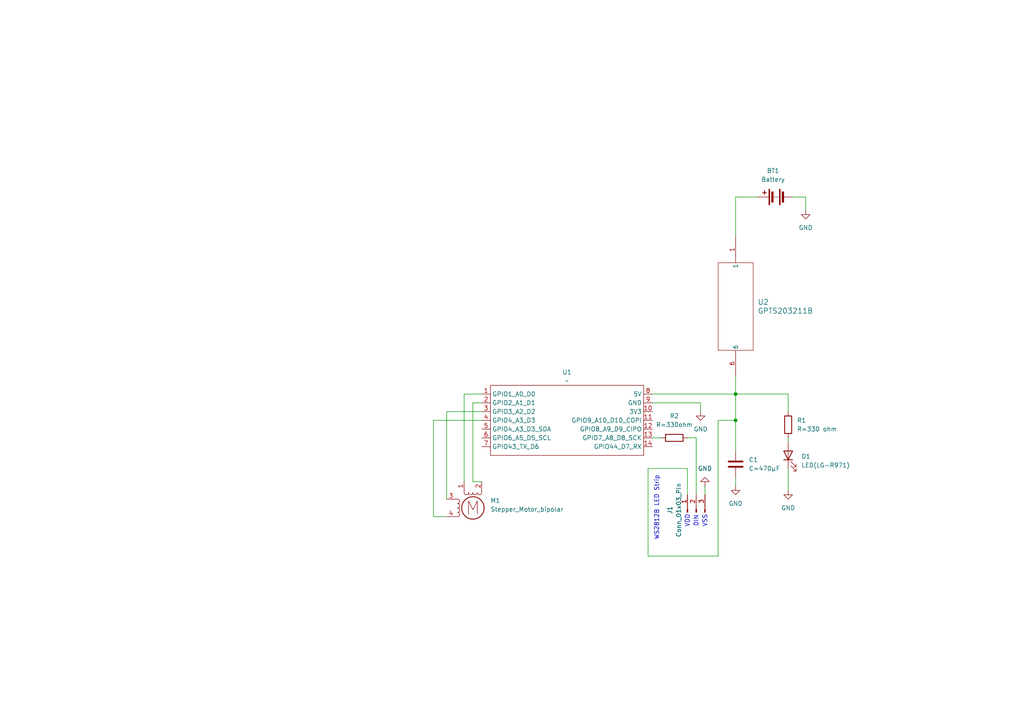
<source format=kicad_sch>
(kicad_sch (version 20231120) (generator "eeschema") (generator_version "8.0")
  (paper "A4")
  (title_block (title "final_demo") (date "2025-02-05") (rev "v1.0") (company "Jazmyn Zhang"))
  (lib_symbols
    (symbol "Connector:Conn_01x03_Pin" (pin_names (offset 1.016) hide)
      (property "Reference" "J" (at 0 5.08 0))
      (property "Value" "Conn_01x03_Pin" (at 0 -5.08 0))
      (symbol "Conn_01x03_Pin_1_1"
        (polyline (pts (xy 1.27 -2.54) (xy 0.8636 -2.54)) (stroke (width 0.1524)))
        (polyline (pts (xy 1.27 0) (xy 0.8636 0)) (stroke (width 0.1524)))
        (polyline (pts (xy 1.27 2.54) (xy 0.8636 2.54)) (stroke (width 0.1524)))
        (rectangle (start 0.8636 -2.413) (end 0 -2.667) (stroke (width 0.1524)) (fill (type outline)))
        (rectangle (start 0.8636 0.127) (end 0 -0.127) (stroke (width 0.1524)) (fill (type outline)))
        (rectangle (start 0.8636 2.667) (end 0 2.413) (stroke (width 0.1524)) (fill (type outline)))
        (pin passive line (at 5.08 2.54 180) (length 3.81) (name "Pin_1") (number "1"))
        (pin passive line (at 5.08 0 180) (length 3.81) (name "Pin_2") (number "2"))
        (pin passive line (at 5.08 -2.54 180) (length 3.81) (name "Pin_3") (number "3"))
      )
    )
    (symbol "Demo_button:GPTS203211B" (pin_names (offset 0.254))
      (property "Reference" "U" (at 20.32 10.16 0))
      (property "Value" "GPTS203211B" (at 20.32 7.62 0))
      (symbol "GPTS203211B_0_1"
        (polyline (pts (xy 7.62 -5.08) (xy 33.02 -5.08)) (stroke (width 0.127)))
        (polyline (pts (xy 7.62 5.08) (xy 7.62 -5.08)) (stroke (width 0.127)))
        (polyline (pts (xy 33.02 -5.08) (xy 33.02 5.08)) (stroke (width 0.127)))
        (polyline (pts (xy 33.02 5.08) (xy 7.62 5.08)) (stroke (width 0.127)))
        (pin unspecified line (at 0 0 0) (length 7.62) (name "1") (number "1"))
        (pin unspecified line (at 40.64 0 180) (length 7.62) (name "6") (number "6"))
      )
    )
    (symbol "Device:Battery" (pin_numbers hide) (pin_names (offset 0) hide)
      (property "Reference" "BT" (at 2.54 2.54 0))
      (property "Value" "Battery" (at 2.54 0 0))
      (symbol "Battery_0_1"
        (rectangle (start -2.286 -1.27) (end 2.286 -1.524) (fill (type outline)))
        (rectangle (start -2.286 1.778) (end 2.286 1.524) (fill (type outline)))
        (rectangle (start -1.524 -2.032) (end 1.524 -2.54) (fill (type outline)))
        (rectangle (start -1.524 1.016) (end 1.524 0.508) (fill (type outline)))
        (polyline (pts (xy 0 -1.016) (xy 0 -0.762)))
        (polyline (pts (xy 0 -0.508) (xy 0 -0.254)))
        (polyline (pts (xy 0 0) (xy 0 0.254)))
        (polyline (pts (xy 0 1.778) (xy 0 2.54)))
        (polyline (pts (xy 0.762 3.048) (xy 1.778 3.048)) (stroke (width 0.254)))
        (polyline (pts (xy 1.27 3.556) (xy 1.27 2.54)) (stroke (width 0.254)))
      )
      (symbol "Battery_1_1"
        (pin passive line (at 0 5.08 270) (length 2.54) (name "+") (number "1"))
        (pin passive line (at 0 -5.08 90) (length 2.54) (name "-") (number "2"))
      )
    )
    (symbol "Device:C" (pin_numbers hide) (pin_names (offset 0.254))
      (property "Reference" "C" (at 0.635 2.54 0))
      (property "Value" "C" (at 0.635 -2.54 0))
      (symbol "C_0_1"
        (polyline (pts (xy -2.032 -0.762) (xy 2.032 -0.762)) (stroke (width 0.508)))
        (polyline (pts (xy -2.032 0.762) (xy 2.032 0.762)) (stroke (width 0.508)))
      )
      (symbol "C_1_1"
        (pin passive line (at 0 3.81 270) (length 2.794) (name "~") (number "1"))
        (pin passive line (at 0 -3.81 90) (length 2.794) (name "~") (number "2"))
      )
    )
    (symbol "Device:LED" (pin_numbers hide) (pin_names (offset 1.016) hide)
      (property "Reference" "D" (at 0 2.54 0))
      (property "Value" "LED" (at 0 -2.54 0))
      (symbol "LED_0_1"
        (polyline (pts (xy -1.27 -1.27) (xy -1.27 1.27)) (stroke (width 0.254)))
        (polyline (pts (xy -1.27 0) (xy 1.27 0)))
        (polyline (pts (xy 1.27 -1.27) (xy 1.27 1.27) (xy -1.27 0) (xy 1.27 -1.27)) (stroke (width 0.254)))
        (polyline (pts (xy -3.048 -0.762) (xy -4.572 -2.286) (xy -3.81 -2.286) (xy -4.572 -2.286) (xy -4.572 -1.524)))
        (polyline (pts (xy -1.778 -0.762) (xy -3.302 -2.286) (xy -2.54 -2.286) (xy -3.302 -2.286) (xy -3.302 -1.524)))
      )
      (symbol "LED_1_1"
        (pin passive line (at -3.81 0 0) (length 2.54) (name "K") (number "1"))
        (pin passive line (at 3.81 0 180) (length 2.54) (name "A") (number "2"))
      )
    )
    (symbol "Device:R" (pin_numbers hide) (pin_names (offset 0))
      (property "Reference" "R" (at 2.032 0 90))
      (property "Value" "R" (at 0 0 90))
      (symbol "R_0_1"
        (rectangle (start -1.016 -2.54) (end 1.016 2.54) (stroke (width 0.254)))
      )
      (symbol "R_1_1"
        (pin passive line (at 0 3.81 270) (length 1.27) (name "~") (number "1"))
        (pin passive line (at 0 -3.81 90) (length 1.27) (name "~") (number "2"))
      )
    )
    (symbol "Motor:Stepper_Motor_bipolar" (pin_names (offset 0) hide)
      (property "Reference" "M" (at 3.81 2.54 0))
      (property "Value" "Stepper_Motor_bipolar" (at 3.81 1.27 0))
      (symbol "Stepper_Motor_bipolar_0_0"
        (polyline (pts (xy -1.27 -1.778) (xy -1.27 2.032) (xy 0 -0.508) (xy 1.27 2.032) (xy 1.27 -1.778)))
      )
      (symbol "Stepper_Motor_bipolar_0_1"
        (arc (start -4.445 -2.54) (mid -3.8127 -1.905) (end -4.445 -1.27))
        (arc (start -4.445 -1.27) (mid -3.8127 -0.635) (end -4.445 0))
        (arc (start -4.445 0) (mid -3.8127 0.635) (end -4.445 1.27))
        (arc (start -4.445 1.27) (mid -3.8127 1.905) (end -4.445 2.54))
        (arc (start -2.54 4.445) (mid -1.905 3.8127) (end -1.27 4.445))
        (arc (start -1.27 4.445) (mid -0.635 3.8127) (end 0 4.445))
        (polyline (pts (xy -5.08 -2.54) (xy -4.445 -2.54)))
        (polyline (pts (xy -5.08 2.54) (xy -4.445 2.54)))
        (polyline (pts (xy -2.54 5.08) (xy -2.54 4.445)))
        (polyline (pts (xy 2.54 5.08) (xy 2.54 4.445)))
        (circle (center 0 0) (radius 3.2512) (stroke (width 0.254)))
        (arc (start 0 4.445) (mid 0.635 3.8127) (end 1.27 4.445))
        (arc (start 1.27 4.445) (mid 1.905 3.8127) (end 2.54 4.445))
      )
      (symbol "Stepper_Motor_bipolar_1_1"
        (pin passive line (at -2.54 7.62 270) (length 2.54) (name "~") (number "1"))
        (pin passive line (at 2.54 7.62 270) (length 2.54) (name "-") (number "2"))
        (pin passive line (at -7.62 2.54 0) (length 2.54) (name "~") (number "3"))
        (pin passive line (at -7.62 -2.54 0) (length 2.54) (name "~") (number "4"))
      )
    )
    (symbol "Xiao_Demo:XIAO_ESP32_SENSE"
      (property "Reference" "U" (at 0 0 0))
      (symbol "XIAO_ESP32_SENSE_0_1"
        (polyline (pts (xy -20.32 8.89) (xy -20.32 -11.43) (xy 24.13 -11.43) (xy 24.13 8.89) (xy -20.32 8.89)))
      )
      (symbol "XIAO_ESP32_SENSE_1_1"
        (pin bidirectional line (at -22.86 6.35 0) (length 2.54) (name "GPIO1_A0_D0") (number "1"))
        (pin bidirectional line (at 26.67 1.27 180) (length 2.54) (name "3V3") (number "10"))
        (pin bidirectional line (at 26.67 -1.27 180) (length 2.54) (name "GPIO9_A10_D10_COPI") (number "11"))
        (pin bidirectional line (at 26.67 -3.81 180) (length 2.54) (name "GPIO8_A9_D9_CIPO") (number "12"))
        (pin bidirectional line (at 26.67 -6.35 180) (length 2.54) (name "GPIO7_A8_D8_SCK") (number "13"))
        (pin bidirectional line (at 26.67 -8.89 180) (length 2.54) (name "GPIO44_D7_RX") (number "14"))
        (pin bidirectional line (at -22.86 3.81 0) (length 2.54) (name "GPIO2_A1_D1") (number "2"))
        (pin bidirectional line (at -22.86 1.27 0) (length 2.54) (name "GPIO3_A2_D2") (number "3"))
        (pin bidirectional line (at -22.86 -1.27 0) (length 2.54) (name "GPIO4_A3_D3") (number "4"))
        (pin bidirectional line (at -22.86 -3.81 0) (length 2.54) (name "GPIO4_A3_D3_SDA") (number "5"))
        (pin bidirectional line (at -22.86 -6.35 0) (length 2.54) (name "GPIO6_A5_D5_SCL") (number "6"))
        (pin bidirectional line (at -22.86 -8.89 0) (length 2.54) (name "GPIO43_TX_D6") (number "7"))
        (pin bidirectional line (at 26.67 6.35 180) (length 2.54) (name "5V") (number "8"))
        (pin bidirectional line (at 26.67 3.81 180) (length 2.54) (name "GND") (number "9"))
      )
    )
    (symbol "power:GND" (power) (pin_numbers hide) (pin_names (offset 0) hide)
      (property "Value" "GND" (at 0 -3.81 0))
      (symbol "GND_0_1"
        (polyline (pts (xy 0 0) (xy 0 -1.27) (xy 1.27 -1.27) (xy 0 -2.54) (xy -1.27 -1.27) (xy 0 -1.27)))
      )
      (symbol "GND_1_1"
        (pin power_in line (at 0 0 270) (length 0) (name "~") (number "1"))
      )
    )
  )
  (junction (at 213.36 114.3))
  (junction (at 213.36 121.92))
  (wire (pts (xy 201.93 127) (xy 201.93 143.51)))
  (wire (pts (xy 203.2 116.84) (xy 189.23 116.84)))
  (wire (pts (xy 204.47 140.97) (xy 204.47 143.51)))
  (wire (pts (xy 134.62 114.3) (xy 134.62 139.7)))
  (wire (pts (xy 137.16 139.7) (xy 139.7 139.7)))
  (wire (pts (xy 228.6 119.38) (xy 228.6 114.3)))
  (wire (pts (xy 213.36 57.15) (xy 213.36 68.58)))
  (wire (pts (xy 213.36 121.92) (xy 213.36 130.81)))
  (wire (pts (xy 228.6 127) (xy 228.6 128.27)))
  (wire (pts (xy 229.87 57.15) (xy 233.68 57.15)))
  (wire (pts (xy 125.73 121.92) (xy 125.73 149.86)))
  (wire (pts (xy 187.96 161.29) (xy 208.28 161.29)))
  (wire (pts (xy 208.28 121.92) (xy 208.28 161.29)))
  (wire (pts (xy 125.73 149.86) (xy 129.54 149.86)))
  (wire (pts (xy 139.7 119.38) (xy 129.54 119.38)))
  (wire (pts (xy 199.39 135.89) (xy 187.96 135.89)))
  (wire (pts (xy 139.7 121.92) (xy 125.73 121.92)))
  (wire (pts (xy 139.7 114.3) (xy 134.62 114.3)))
  (wire (pts (xy 213.36 109.22) (xy 213.36 114.3)))
  (wire (pts (xy 137.16 116.84) (xy 137.16 139.7)))
  (wire (pts (xy 228.6 135.89) (xy 228.6 142.24)))
  (wire (pts (xy 139.7 116.84) (xy 137.16 116.84)))
  (wire (pts (xy 213.36 57.15) (xy 219.71 57.15)))
  (wire (pts (xy 233.68 57.15) (xy 233.68 60.96)))
  (wire (pts (xy 203.2 119.38) (xy 203.2 116.84)))
  (wire (pts (xy 199.39 143.51) (xy 199.39 135.89)))
  (wire (pts (xy 189.23 127) (xy 191.77 127)))
  (wire (pts (xy 199.39 127) (xy 201.93 127)))
  (wire (pts (xy 189.23 114.3) (xy 213.36 114.3)))
  (wire (pts (xy 213.36 114.3) (xy 228.6 114.3)))
  (wire (pts (xy 129.54 119.38) (xy 129.54 144.78)))
  (wire (pts (xy 187.96 135.89) (xy 187.96 161.29)))
  (wire (pts (xy 213.36 138.43) (xy 213.36 140.97)))
  (wire (pts (xy 213.36 114.3) (xy 213.36 121.92)))
  (wire (pts (xy 208.28 121.92) (xy 213.36 121.92)))
  (text "VDD" (at 199.39 151.13 90) (effects (font (size 1.27 1.27))))
  (text "WS2812B LED Strip" (at 190.5 147.32 90) (effects (font (size 1.27 1.27))))
  (text "DIN" (at 201.93 151.13 90) (effects (font (size 1.27 1.27))))
  (text "VSS" (at 204.47 151.13 90) (effects (font (size 1.27 1.27))))
  (symbol (lib_id "power:GND") (at 228.6 142.24 0) (unit 1)
    (property "Reference" "#PWR03" (effects (hide yes)))
    (property "Value" "GND" (at 228.6 147.32 0))
    (property "Description" "Power symbol creates a global label with name \"GND\" , ground" (effects (hide yes)))
  )
  (symbol (lib_id "Connector:Conn_01x03_Pin") (at 201.93 148.59 90) (unit 1)
    (property "Reference" "J1" (at 194.31 147.955 0))
    (property "Value" "Conn_01x03_Pin" (at 196.85 147.955 0))
    (property "Footprint" "Connector_PinHeader_2.54mm:PinHeader_1x03_P2.54mm_Vertical_SMD_Pin1Right" (effects (hide yes)))
    (property "Description" "Generic connector, single row, 01x03, script generated" (effects (hide yes)))
  )
  (symbol (lib_id "Xiao_Demo:XIAO_ESP32_SENSE") (at 162.56 120.65 0) (unit 1)
    (property "Reference" "U1" (at 164.465 107.95 0))
    (property "Value" "~" (at 164.465 110.49 0))
    (property "Footprint" "demo_xiao:XIAO_ESP32_SENSE" (effects (hide yes)))
  )
  (symbol (lib_id "Device:R") (at 195.58 127 270) (unit 1)
    (property "Reference" "R2" (at 195.58 120.65 90))
    (property "Value" "R=330ohm" (at 195.58 123.19 90))
    (property "Footprint" "Resistor_SMD:R_0805_2012Metric_Pad1.20x1.40mm_HandSolder" (effects (hide yes)))
    (property "Description" "Resistor" (effects (hide yes)))
  )
  (symbol (lib_id "Device:R") (at 228.6 123.19 0) (unit 1)
    (property "Reference" "R1" (at 231.14 121.9199 0) (effects (justify left)))
    (property "Value" "R=330 ohm" (at 231.14 124.4599 0) (effects (justify left)))
    (property "Footprint" "Resistor_SMD:R_0805_2012Metric_Pad1.20x1.40mm_HandSolder" (effects (hide yes)))
    (property "Description" "Resistor" (effects (hide yes)))
  )
  (symbol (lib_id "Device:Battery") (at 224.79 57.15 90) (unit 1)
    (property "Reference" "BT1" (at 224.2185 49.53 90))
    (property "Value" "Battery" (at 224.2185 52.07 90))
    (property "Footprint" "Connector_JST:JST_PH_B2B-PH-K_1x02_P2.00mm_Vertical" (effects (hide yes)))
    (property "Description" "Multiple-cell battery" (effects (hide yes)))
  )
  (symbol (lib_id "Demo_button:GPTS203211B") (at 213.36 68.58 270) (unit 1)
    (property "Reference" "U2" (at 219.71 87.6299 90) (effects (font (size 1.524 1.524)) (justify left)))
    (property "Value" "GPTS203211B" (at 219.71 90.1699 90) (effects (font (size 1.524 1.524)) (justify left)))
    (property "Footprint" "demo_button:SWITCH_03211B" (effects (hide yes)))
    (property "Datasheet" "GPTS203211B" (effects (hide yes)))
  )
  (symbol (lib_id "power:GND") (at 233.68 60.96 0) (unit 1)
    (property "Reference" "#PWR01" (effects (hide yes)))
    (property "Value" "GND" (at 233.68 66.04 0))
    (property "Description" "Power symbol creates a global label with name \"GND\" , ground" (effects (hide yes)))
  )
  (symbol (lib_id "power:GND") (at 203.2 119.38 0) (unit 1)
    (property "Reference" "#PWR02" (effects (hide yes)))
    (property "Value" "GND" (at 203.2 124.46 0))
    (property "Description" "Power symbol creates a global label with name \"GND\" , ground" (effects (hide yes)))
  )
  (symbol (lib_id "power:GND") (at 213.36 140.97 0) (unit 1)
    (property "Reference" "#PWR04" (effects (hide yes)))
    (property "Value" "GND" (at 213.36 146.05 0))
    (property "Description" "Power symbol creates a global label with name \"GND\" , ground" (effects (hide yes)))
  )
  (symbol (lib_id "Device:C") (at 213.36 134.62 0) (unit 1)
    (property "Reference" "C1" (at 217.17 133.3499 0) (effects (justify left)))
    (property "Value" "C=470µF" (at 217.17 135.8899 0) (effects (justify left)))
    (property "Footprint" "Capacitor_SMD:C_0805_2012Metric_Pad1.18x1.45mm_HandSolder" (effects (hide yes)))
    (property "Description" "Unpolarized capacitor" (effects (hide yes)))
  )
  (symbol (lib_id "Motor:Stepper_Motor_bipolar") (at 137.16 147.32 0) (unit 1)
    (property "Reference" "M1" (at 142.24 145.199 0) (effects (justify left)))
    (property "Value" "Stepper_Motor_bipolar" (at 142.24 147.739 0) (effects (justify left)))
    (property "Footprint" "demo_motor:x27_stepper" (effects (hide yes)))
    (property "Datasheet" "http://www.infineon.com/dgdl/Application-Note-TLE8110EE_driving_UniPolarStepperMotor_V1.1.pdf?fileId=db3a30431be39b97011be5d0aa0a00b0" (effects (hide yes)))
    (property "Description" "4-wire bipolar stepper motor" (effects (hide yes)))
  )
  (symbol (lib_id "Device:LED") (at 228.6 132.08 90) (unit 1)
    (property "Reference" "D1" (at 232.41 132.3974 90) (effects (justify right)))
    (property "Value" "LED(LG-R971)" (at 232.41 134.9374 90) (effects (justify right)))
    (property "Footprint" "LED_SMD:LED_0805_2012Metric_Pad1.15x1.40mm_HandSolder" (effects (hide yes)))
    (property "Description" "Light emitting diode" (effects (hide yes)))
  )
  (symbol (lib_id "power:GND") (at 204.47 140.97 180) (unit 1)
    (property "Reference" "#PWR05" (effects (hide yes)))
    (property "Value" "GND" (at 204.47 135.89 0))
    (property "Description" "Power symbol creates a global label with name \"GND\" , ground" (effects (hide yes)))
  )
)
</source>
